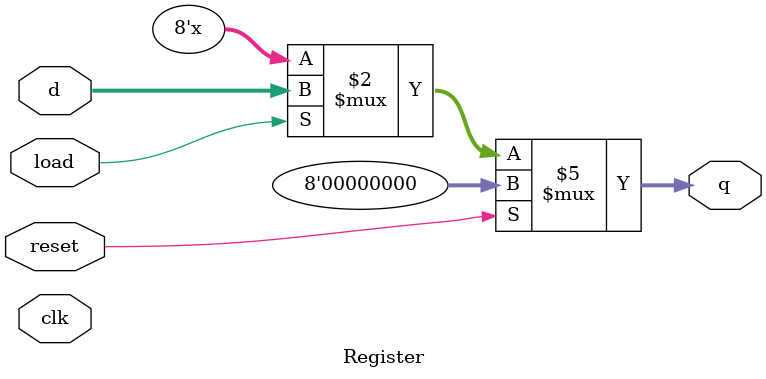
<source format=v>
`timescale 1ns / 1ps


module Register(d,clk,q,reset,load);
    parameter WIDTH = 8;
    input [WIDTH-1:0] d;
    output reg [WIDTH-1:0] q;
    input clk,reset,load;
    always@(load or reset)
        if (reset)
            q <= 0;
        else if (load)
            q <= d;
endmodule

</source>
